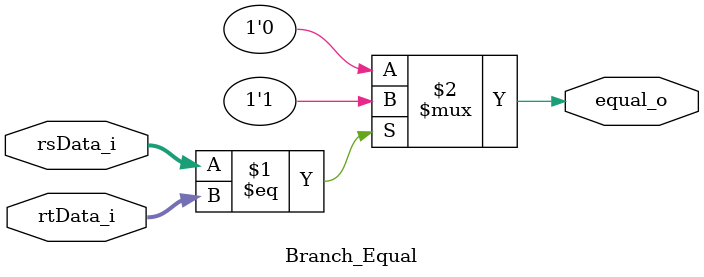
<source format=v>
module Branch_Equal
(
    rsData_i,
    rtData_i,
    equal_o
);

// Interface
input   [31:0] rsData_i;
input   [31:0] rtData_i;
output  [0:0] equal_o;

// Calculate
assign equal_o = (rsData_i == rtData_i)? 1'b1: 1'b0;

endmodule

</source>
